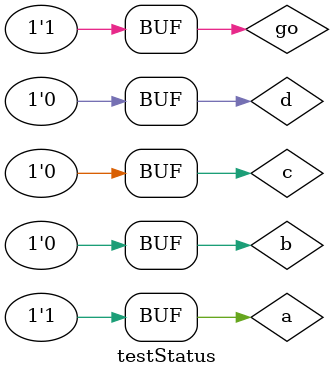
<source format=v>
`timescale 1ns / 1ps


module testStatus;

	// Inputs
	reg a;
	reg b;
	reg c;
	reg d;
	reg go;

	// Instantiate the Unit Under Test (UUT)
	status_detect uut (
		.a(a), 
		.b(b), 
		.c(c), 
		.d(d), 
		.go(go)
	);

	initial begin
		// Initialize Inputs
		a = 0;
		b = 0;
		c = 0;
		d = 0;
		go = 0;

		// Wait 100 ns for global reset to finish
		//#100;
        
		// Add stimulus here
		a = 1;
		b = 0;
		c = 0;
		d = 0;
		go =0;
		#5 go =1;

	end
      
endmodule


</source>
